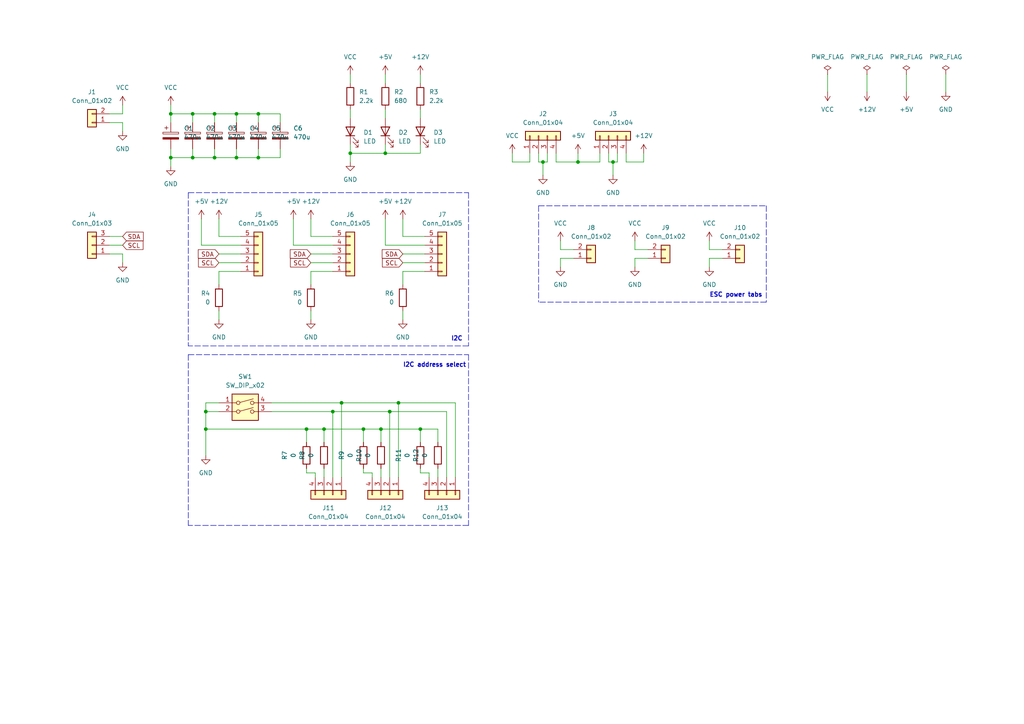
<source format=kicad_sch>
(kicad_sch (version 20211123) (generator eeschema)
  (paper "A4")
  (lib_symbols
    (symbol "Connector_Generic:Conn_01x02" (pin_names (offset 1.016) hide)
      (property "Reference" "J" (at 0 2.54 0))
      (property "Value" "Conn_01x02" (at 0 -5.08 0))
      (symbol "Conn_01x02_1_1"
        (rectangle (start -1.27 -2.413) (end 0 -2.667) (stroke (width 0.1524)))
        (rectangle (start -1.27 0.127) (end 0 -0.127) (stroke (width 0.1524)))
        (rectangle (start -1.27 1.27) (end 1.27 -3.81) (stroke (width 0.254)) (fill (type background)))
        (pin passive line (at -5.08 0 0) (length 3.81) (name "Pin_1") (number "1"))
        (pin passive line (at -5.08 -2.54 0) (length 3.81) (name "Pin_2") (number "2"))
      )
    )
    (symbol "Connector_Generic:Conn_01x03" (pin_names (offset 1.016) hide)
      (property "Reference" "J" (at 0 5.08 0))
      (property "Value" "Conn_01x03" (at 0 -5.08 0))
      (symbol "Conn_01x03_1_1"
        (rectangle (start -1.27 -2.413) (end 0 -2.667) (stroke (width 0.1524)))
        (rectangle (start -1.27 0.127) (end 0 -0.127) (stroke (width 0.1524)))
        (rectangle (start -1.27 2.667) (end 0 2.413) (stroke (width 0.1524)))
        (rectangle (start -1.27 3.81) (end 1.27 -3.81) (stroke (width 0.254)) (fill (type background)))
        (pin passive line (at -5.08 2.54 0) (length 3.81) (name "Pin_1") (number "1"))
        (pin passive line (at -5.08 0 0) (length 3.81) (name "Pin_2") (number "2"))
        (pin passive line (at -5.08 -2.54 0) (length 3.81) (name "Pin_3") (number "3"))
      )
    )
    (symbol "Connector_Generic:Conn_01x04" (pin_names (offset 1.016) hide)
      (property "Reference" "J" (at 0 5.08 0))
      (property "Value" "Conn_01x04" (at 0 -7.62 0))
      (symbol "Conn_01x04_1_1"
        (rectangle (start -1.27 -4.953) (end 0 -5.207) (stroke (width 0.1524)))
        (rectangle (start -1.27 -2.413) (end 0 -2.667) (stroke (width 0.1524)))
        (rectangle (start -1.27 0.127) (end 0 -0.127) (stroke (width 0.1524)))
        (rectangle (start -1.27 2.667) (end 0 2.413) (stroke (width 0.1524)))
        (rectangle (start -1.27 3.81) (end 1.27 -6.35) (stroke (width 0.254)) (fill (type background)))
        (pin passive line (at -5.08 2.54 0) (length 3.81) (name "Pin_1") (number "1"))
        (pin passive line (at -5.08 0 0) (length 3.81) (name "Pin_2") (number "2"))
        (pin passive line (at -5.08 -2.54 0) (length 3.81) (name "Pin_3") (number "3"))
        (pin passive line (at -5.08 -5.08 0) (length 3.81) (name "Pin_4") (number "4"))
      )
    )
    (symbol "Connector_Generic:Conn_01x05" (pin_names (offset 1.016) hide)
      (property "Reference" "J" (at 0 7.62 0))
      (property "Value" "Conn_01x05" (at 0 -7.62 0))
      (symbol "Conn_01x05_1_1"
        (rectangle (start -1.27 -4.953) (end 0 -5.207) (stroke (width 0.1524)))
        (rectangle (start -1.27 -2.413) (end 0 -2.667) (stroke (width 0.1524)))
        (rectangle (start -1.27 0.127) (end 0 -0.127) (stroke (width 0.1524)))
        (rectangle (start -1.27 2.667) (end 0 2.413) (stroke (width 0.1524)))
        (rectangle (start -1.27 5.207) (end 0 4.953) (stroke (width 0.1524)))
        (rectangle (start -1.27 6.35) (end 1.27 -6.35) (stroke (width 0.254)) (fill (type background)))
        (pin passive line (at -5.08 5.08 0) (length 3.81) (name "Pin_1") (number "1"))
        (pin passive line (at -5.08 2.54 0) (length 3.81) (name "Pin_2") (number "2"))
        (pin passive line (at -5.08 0 0) (length 3.81) (name "Pin_3") (number "3"))
        (pin passive line (at -5.08 -2.54 0) (length 3.81) (name "Pin_4") (number "4"))
        (pin passive line (at -5.08 -5.08 0) (length 3.81) (name "Pin_5") (number "5"))
      )
    )
    (symbol "Device:C_Polarized" (pin_numbers hide) (pin_names (offset 0.254))
      (property "Reference" "C" (at 0.635 2.54 0))
      (property "Value" "C_Polarized" (at 0.635 -2.54 0))
      (symbol "C_Polarized_0_1"
        (rectangle (start -2.286 0.508) (end 2.286 1.016))
        (polyline (pts (xy -1.778 2.286) (xy -0.762 2.286)))
        (polyline (pts (xy -1.27 2.794) (xy -1.27 1.778)))
        (rectangle (start 2.286 -0.508) (end -2.286 -1.016) (fill (type outline)))
      )
      (symbol "C_Polarized_1_1"
        (pin passive line (at 0 3.81 270) (length 2.794) (name "~") (number "1"))
        (pin passive line (at 0 -3.81 90) (length 2.794) (name "~") (number "2"))
      )
    )
    (symbol "Device:LED" (pin_numbers hide) (pin_names (offset 1.016) hide)
      (property "Reference" "D" (at 0 2.54 0))
      (property "Value" "LED" (at 0 -2.54 0))
      (symbol "LED_0_1"
        (polyline (pts (xy -1.27 -1.27) (xy -1.27 1.27)) (stroke (width 0.254)))
        (polyline (pts (xy -1.27 0) (xy 1.27 0)))
        (polyline (pts (xy 1.27 -1.27) (xy 1.27 1.27) (xy -1.27 0) (xy 1.27 -1.27)) (stroke (width 0.254)))
        (polyline (pts (xy -3.048 -0.762) (xy -4.572 -2.286) (xy -3.81 -2.286) (xy -4.572 -2.286) (xy -4.572 -1.524)))
        (polyline (pts (xy -1.778 -0.762) (xy -3.302 -2.286) (xy -2.54 -2.286) (xy -3.302 -2.286) (xy -3.302 -1.524)))
      )
      (symbol "LED_1_1"
        (pin passive line (at -3.81 0 0) (length 2.54) (name "K") (number "1"))
        (pin passive line (at 3.81 0 180) (length 2.54) (name "A") (number "2"))
      )
    )
    (symbol "Device:R" (pin_numbers hide) (pin_names (offset 0))
      (property "Reference" "R" (at 2.032 0 90))
      (property "Value" "R" (at 0 0 90))
      (symbol "R_0_1"
        (rectangle (start -1.016 -2.54) (end 1.016 2.54) (stroke (width 0.254)))
      )
      (symbol "R_1_1"
        (pin passive line (at 0 3.81 270) (length 1.27) (name "~") (number "1"))
        (pin passive line (at 0 -3.81 90) (length 1.27) (name "~") (number "2"))
      )
    )
    (symbol "Switch:SW_DIP_x02" (pin_names (offset 0) hide)
      (property "Reference" "SW" (at 0 6.35 0))
      (property "Value" "SW_DIP_x02" (at 0 -3.81 0))
      (symbol "SW_DIP_x02_0_0"
        (circle (center -2.032 0) (radius 0.508))
        (circle (center -2.032 2.54) (radius 0.508))
        (polyline (pts (xy -1.524 0.127) (xy 2.3622 1.1684)))
        (polyline (pts (xy -1.524 2.667) (xy 2.3622 3.7084)))
        (circle (center 2.032 0) (radius 0.508))
        (circle (center 2.032 2.54) (radius 0.508))
      )
      (symbol "SW_DIP_x02_0_1"
        (rectangle (start -3.81 5.08) (end 3.81 -2.54) (stroke (width 0.254)) (fill (type background)))
      )
      (symbol "SW_DIP_x02_1_1"
        (pin passive line (at -7.62 2.54 0) (length 5.08) (name "~") (number "1"))
        (pin passive line (at -7.62 0 0) (length 5.08) (name "~") (number "2"))
        (pin passive line (at 7.62 0 180) (length 5.08) (name "~") (number "3"))
        (pin passive line (at 7.62 2.54 180) (length 5.08) (name "~") (number "4"))
      )
    )
    (symbol "power:+12V" (power) (pin_names (offset 0))
      (property "Value" "+12V" (at 0 3.556 0))
      (symbol "+12V_0_1"
        (polyline (pts (xy -0.762 1.27) (xy 0 2.54)))
        (polyline (pts (xy 0 0) (xy 0 2.54)))
        (polyline (pts (xy 0 2.54) (xy 0.762 1.27)))
      )
      (symbol "+12V_1_1"
        (pin power_in line (at 0 0 90) (length 0) hide (name "+12V") (number "1"))
      )
    )
    (symbol "power:+5V" (power) (pin_names (offset 0))
      (property "Value" "+5V" (at 0 3.556 0))
      (symbol "+5V_0_1"
        (polyline (pts (xy -0.762 1.27) (xy 0 2.54)))
        (polyline (pts (xy 0 0) (xy 0 2.54)))
        (polyline (pts (xy 0 2.54) (xy 0.762 1.27)))
      )
      (symbol "+5V_1_1"
        (pin power_in line (at 0 0 90) (length 0) hide (name "+5V") (number "1"))
      )
    )
    (symbol "power:GND" (power) (pin_names (offset 0))
      (property "Value" "GND" (at 0 -3.81 0))
      (symbol "GND_0_1"
        (polyline (pts (xy 0 0) (xy 0 -1.27) (xy 1.27 -1.27) (xy 0 -2.54) (xy -1.27 -1.27) (xy 0 -1.27)))
      )
      (symbol "GND_1_1"
        (pin power_in line (at 0 0 270) (length 0) hide (name "GND") (number "1"))
      )
    )
    (symbol "power:PWR_FLAG" (power) (pin_numbers hide) (pin_names (offset 0) hide)
      (property "Value" "PWR_FLAG" (at 0 3.81 0))
      (symbol "PWR_FLAG_0_0"
        (pin power_out line (at 0 0 90) (length 0) (name "pwr") (number "1"))
      )
      (symbol "PWR_FLAG_0_1"
        (polyline (pts (xy 0 0) (xy 0 1.27) (xy -1.016 1.905) (xy 0 2.54) (xy 1.016 1.905) (xy 0 1.27)))
      )
    )
    (symbol "power:VCC" (power) (pin_names (offset 0))
      (property "Value" "VCC" (at 0 3.81 0))
      (symbol "VCC_0_1"
        (polyline (pts (xy -0.762 1.27) (xy 0 2.54)))
        (polyline (pts (xy 0 0) (xy 0 2.54)))
        (polyline (pts (xy 0 2.54) (xy 0.762 1.27)))
      )
      (symbol "VCC_1_1"
        (pin power_in line (at 0 0 90) (length 0) hide (name "VCC") (number "1"))
      )
    )
  )
  (junction (at 113.03 119.38))
  (junction (at 62.23 33.02))
  (junction (at 121.92 124.46))
  (junction (at 49.53 45.72))
  (junction (at 93.98 124.46))
  (junction (at 59.69 124.46))
  (junction (at 111.76 44.45))
  (junction (at 55.88 45.72))
  (junction (at 101.6 44.45))
  (junction (at 88.9 124.46))
  (junction (at 177.8 46.99))
  (junction (at 68.58 45.72))
  (junction (at 99.06 116.84))
  (junction (at 157.48 46.99))
  (junction (at 55.88 33.02))
  (junction (at 59.69 119.38))
  (junction (at 62.23 45.72))
  (junction (at 115.57 116.84))
  (junction (at 74.93 33.02))
  (junction (at 49.53 33.02))
  (junction (at 74.93 45.72))
  (junction (at 167.64 46.99))
  (junction (at 110.49 124.46))
  (junction (at 96.52 119.38))
  (junction (at 68.58 33.02))
  (junction (at 105.41 124.46))
  (wire (pts (xy 55.88 45.72) (xy 55.88 43.18)))
  (wire (pts (xy 88.9 124.46) (xy 93.98 124.46)))
  (wire (pts (xy 63.5 90.17) (xy 63.5 92.71)))
  (wire (pts (xy 173.99 46.99) (xy 173.99 44.45)))
  (wire (pts (xy 162.56 72.39) (xy 162.56 69.85)))
  (wire (pts (xy 78.74 116.84) (xy 99.06 116.84)))
  (wire (pts (xy 35.56 33.02) (xy 35.56 30.48)))
  (wire (pts (xy 116.84 78.74) (xy 123.19 78.74)))
  (wire (pts (xy 62.23 45.72) (xy 55.88 45.72)))
  (wire (pts (xy 101.6 31.75) (xy 101.6 34.29)))
  (wire (pts (xy 49.53 45.72) (xy 49.53 48.26)))
  (wire (pts (xy 68.58 43.18) (xy 68.58 45.72)))
  (wire (pts (xy 156.21 46.99) (xy 157.48 46.99)))
  (polyline (pts (xy 54.61 55.88) (xy 135.89 55.88)))
  (wire (pts (xy 121.92 21.59) (xy 121.92 24.13)))
  (wire (pts (xy 88.9 137.16) (xy 88.9 135.89)))
  (wire (pts (xy 105.41 124.46) (xy 110.49 124.46)))
  (wire (pts (xy 63.5 78.74) (xy 69.85 78.74)))
  (wire (pts (xy 158.75 44.45) (xy 158.75 46.99)))
  (wire (pts (xy 177.8 46.99) (xy 177.8 50.8)))
  (wire (pts (xy 69.85 68.58) (xy 63.5 68.58)))
  (wire (pts (xy 179.07 46.99) (xy 177.8 46.99)))
  (wire (pts (xy 123.19 68.58) (xy 116.84 68.58)))
  (wire (pts (xy 205.74 72.39) (xy 205.74 69.85)))
  (wire (pts (xy 59.69 116.84) (xy 63.5 116.84)))
  (wire (pts (xy 148.59 44.45) (xy 148.59 46.99)))
  (wire (pts (xy 127 128.27) (xy 127 124.46)))
  (polyline (pts (xy 135.89 102.87) (xy 135.89 152.4)))
  (wire (pts (xy 69.85 73.66) (xy 63.5 73.66)))
  (wire (pts (xy 187.96 72.39) (xy 184.15 72.39)))
  (wire (pts (xy 251.46 21.59) (xy 251.46 26.67)))
  (wire (pts (xy 181.61 46.99) (xy 186.69 46.99)))
  (wire (pts (xy 110.49 135.89) (xy 110.49 138.43)))
  (wire (pts (xy 96.52 73.66) (xy 90.17 73.66)))
  (wire (pts (xy 115.57 116.84) (xy 132.08 116.84)))
  (wire (pts (xy 49.53 35.56) (xy 49.53 33.02)))
  (wire (pts (xy 90.17 78.74) (xy 96.52 78.74)))
  (wire (pts (xy 121.92 44.45) (xy 121.92 41.91)))
  (wire (pts (xy 110.49 124.46) (xy 121.92 124.46)))
  (wire (pts (xy 166.37 72.39) (xy 162.56 72.39)))
  (wire (pts (xy 111.76 21.59) (xy 111.76 24.13)))
  (wire (pts (xy 74.93 35.56) (xy 74.93 33.02)))
  (wire (pts (xy 55.88 33.02) (xy 55.88 35.56)))
  (wire (pts (xy 179.07 44.45) (xy 179.07 46.99)))
  (wire (pts (xy 129.54 119.38) (xy 129.54 138.43)))
  (polyline (pts (xy 54.61 102.87) (xy 135.89 102.87)))
  (wire (pts (xy 153.67 44.45) (xy 153.67 46.99)))
  (wire (pts (xy 158.75 46.99) (xy 157.48 46.99)))
  (wire (pts (xy 121.92 124.46) (xy 121.92 128.27)))
  (wire (pts (xy 176.53 44.45) (xy 176.53 46.99)))
  (wire (pts (xy 166.37 74.93) (xy 162.56 74.93)))
  (wire (pts (xy 81.28 33.02) (xy 74.93 33.02)))
  (wire (pts (xy 74.93 33.02) (xy 68.58 33.02)))
  (wire (pts (xy 111.76 41.91) (xy 111.76 44.45)))
  (wire (pts (xy 62.23 43.18) (xy 62.23 45.72)))
  (wire (pts (xy 31.75 35.56) (xy 35.56 35.56)))
  (wire (pts (xy 157.48 46.99) (xy 157.48 50.8)))
  (wire (pts (xy 161.29 46.99) (xy 167.64 46.99)))
  (polyline (pts (xy 222.25 87.63) (xy 156.21 87.63)))
  (wire (pts (xy 187.96 74.93) (xy 184.15 74.93)))
  (wire (pts (xy 90.17 90.17) (xy 90.17 92.71)))
  (wire (pts (xy 101.6 44.45) (xy 111.76 44.45)))
  (wire (pts (xy 49.53 30.48) (xy 49.53 33.02)))
  (wire (pts (xy 101.6 44.45) (xy 101.6 46.99)))
  (wire (pts (xy 90.17 82.55) (xy 90.17 78.74)))
  (wire (pts (xy 93.98 124.46) (xy 93.98 128.27)))
  (wire (pts (xy 124.46 137.16) (xy 124.46 138.43)))
  (wire (pts (xy 63.5 68.58) (xy 63.5 63.5)))
  (wire (pts (xy 74.93 45.72) (xy 68.58 45.72)))
  (wire (pts (xy 68.58 33.02) (xy 62.23 33.02)))
  (wire (pts (xy 59.69 124.46) (xy 59.69 132.08)))
  (wire (pts (xy 49.53 45.72) (xy 55.88 45.72)))
  (wire (pts (xy 181.61 44.45) (xy 181.61 46.99)))
  (wire (pts (xy 111.76 44.45) (xy 121.92 44.45)))
  (wire (pts (xy 115.57 116.84) (xy 115.57 138.43)))
  (wire (pts (xy 184.15 74.93) (xy 184.15 77.47)))
  (wire (pts (xy 113.03 119.38) (xy 129.54 119.38)))
  (wire (pts (xy 96.52 76.2) (xy 90.17 76.2)))
  (wire (pts (xy 132.08 116.84) (xy 132.08 138.43)))
  (wire (pts (xy 186.69 44.45) (xy 186.69 46.99)))
  (wire (pts (xy 184.15 72.39) (xy 184.15 69.85)))
  (wire (pts (xy 69.85 71.12) (xy 58.42 71.12)))
  (wire (pts (xy 161.29 46.99) (xy 161.29 44.45)))
  (polyline (pts (xy 156.21 59.69) (xy 222.25 59.69)))
  (polyline (pts (xy 54.61 55.88) (xy 54.61 100.33)))
  (wire (pts (xy 62.23 35.56) (xy 62.23 33.02)))
  (wire (pts (xy 96.52 119.38) (xy 96.52 138.43)))
  (wire (pts (xy 121.92 124.46) (xy 127 124.46)))
  (wire (pts (xy 96.52 68.58) (xy 90.17 68.58)))
  (wire (pts (xy 69.85 76.2) (xy 63.5 76.2)))
  (wire (pts (xy 31.75 68.58) (xy 35.56 68.58)))
  (wire (pts (xy 107.95 137.16) (xy 107.95 138.43)))
  (wire (pts (xy 111.76 71.12) (xy 111.76 63.5)))
  (wire (pts (xy 68.58 45.72) (xy 62.23 45.72)))
  (polyline (pts (xy 135.89 100.33) (xy 54.61 100.33)))
  (wire (pts (xy 209.55 74.93) (xy 205.74 74.93)))
  (wire (pts (xy 274.32 21.59) (xy 274.32 26.67)))
  (wire (pts (xy 105.41 124.46) (xy 105.41 128.27)))
  (wire (pts (xy 35.56 73.66) (xy 35.56 76.2)))
  (wire (pts (xy 116.84 90.17) (xy 116.84 92.71)))
  (wire (pts (xy 88.9 124.46) (xy 88.9 128.27)))
  (wire (pts (xy 123.19 76.2) (xy 116.84 76.2)))
  (wire (pts (xy 81.28 43.18) (xy 81.28 45.72)))
  (wire (pts (xy 93.98 124.46) (xy 105.41 124.46)))
  (polyline (pts (xy 156.21 59.69) (xy 156.21 87.63)))
  (wire (pts (xy 99.06 116.84) (xy 115.57 116.84)))
  (wire (pts (xy 59.69 116.84) (xy 59.69 119.38)))
  (wire (pts (xy 31.75 33.02) (xy 35.56 33.02)))
  (wire (pts (xy 101.6 41.91) (xy 101.6 44.45)))
  (wire (pts (xy 35.56 35.56) (xy 35.56 38.1)))
  (wire (pts (xy 31.75 71.12) (xy 35.56 71.12)))
  (wire (pts (xy 162.56 74.93) (xy 162.56 77.47)))
  (wire (pts (xy 91.44 138.43) (xy 91.44 137.16)))
  (wire (pts (xy 167.64 44.45) (xy 167.64 46.99)))
  (wire (pts (xy 153.67 46.99) (xy 148.59 46.99)))
  (wire (pts (xy 78.74 119.38) (xy 96.52 119.38)))
  (wire (pts (xy 31.75 73.66) (xy 35.56 73.66)))
  (polyline (pts (xy 135.89 152.4) (xy 54.61 152.4)))
  (wire (pts (xy 121.92 135.89) (xy 121.92 137.16)))
  (wire (pts (xy 96.52 71.12) (xy 85.09 71.12)))
  (wire (pts (xy 116.84 82.55) (xy 116.84 78.74)))
  (wire (pts (xy 49.53 33.02) (xy 55.88 33.02)))
  (wire (pts (xy 240.03 21.59) (xy 240.03 26.67)))
  (wire (pts (xy 116.84 68.58) (xy 116.84 63.5)))
  (wire (pts (xy 59.69 119.38) (xy 59.69 124.46)))
  (wire (pts (xy 90.17 68.58) (xy 90.17 63.5)))
  (wire (pts (xy 96.52 119.38) (xy 113.03 119.38)))
  (wire (pts (xy 176.53 46.99) (xy 177.8 46.99)))
  (wire (pts (xy 85.09 71.12) (xy 85.09 63.5)))
  (wire (pts (xy 68.58 35.56) (xy 68.58 33.02)))
  (wire (pts (xy 127 135.89) (xy 127 138.43)))
  (wire (pts (xy 93.98 135.89) (xy 93.98 138.43)))
  (wire (pts (xy 167.64 46.99) (xy 173.99 46.99)))
  (wire (pts (xy 111.76 31.75) (xy 111.76 34.29)))
  (wire (pts (xy 58.42 71.12) (xy 58.42 63.5)))
  (wire (pts (xy 59.69 124.46) (xy 88.9 124.46)))
  (wire (pts (xy 209.55 72.39) (xy 205.74 72.39)))
  (polyline (pts (xy 222.25 59.69) (xy 222.25 87.63)))
  (wire (pts (xy 121.92 137.16) (xy 124.46 137.16)))
  (wire (pts (xy 59.69 119.38) (xy 63.5 119.38)))
  (wire (pts (xy 99.06 116.84) (xy 99.06 138.43)))
  (wire (pts (xy 105.41 137.16) (xy 107.95 137.16)))
  (wire (pts (xy 81.28 45.72) (xy 74.93 45.72)))
  (wire (pts (xy 74.93 43.18) (xy 74.93 45.72)))
  (wire (pts (xy 63.5 82.55) (xy 63.5 78.74)))
  (wire (pts (xy 156.21 44.45) (xy 156.21 46.99)))
  (wire (pts (xy 262.89 21.59) (xy 262.89 26.67)))
  (wire (pts (xy 123.19 73.66) (xy 116.84 73.66)))
  (wire (pts (xy 49.53 43.18) (xy 49.53 45.72)))
  (wire (pts (xy 110.49 124.46) (xy 110.49 128.27)))
  (wire (pts (xy 113.03 119.38) (xy 113.03 138.43)))
  (polyline (pts (xy 54.61 102.87) (xy 54.61 152.4)))
  (wire (pts (xy 121.92 31.75) (xy 121.92 34.29)))
  (wire (pts (xy 105.41 135.89) (xy 105.41 137.16)))
  (wire (pts (xy 91.44 137.16) (xy 88.9 137.16)))
  (wire (pts (xy 205.74 74.93) (xy 205.74 77.47)))
  (polyline (pts (xy 135.89 55.88) (xy 135.89 100.33)))
  (wire (pts (xy 101.6 21.59) (xy 101.6 24.13)))
  (wire (pts (xy 123.19 71.12) (xy 111.76 71.12)))
  (wire (pts (xy 62.23 33.02) (xy 55.88 33.02)))
  (wire (pts (xy 81.28 35.56) (xy 81.28 33.02)))
  (text "I2C address select" (at 116.84 106.68 0) (effects (font (size 1.27 1.27) (thickness 0.254) bold) (justify left bottom)))
  (text "I2C" (at 130.81 99.06 0) (effects (font (size 1.27 1.27) (thickness 0.254) bold) (justify left bottom)))
  (text "ESC power tabs" (at 205.74 86.36 0) (effects (font (size 1.27 1.27) bold) (justify left bottom)))
  (global_label "SCL" (shape input) (at 63.5 76.2 180) (property "Intersheet References" "${INTERSHEET_REFS}" (effects hide)))
  (global_label "SDA" (shape input) (at 116.84 73.66 180) (property "Intersheet References" "${INTERSHEET_REFS}" (effects hide)))
  (global_label "SDA" (shape input) (at 90.17 73.66 180) (property "Intersheet References" "${INTERSHEET_REFS}" (effects hide)))
  (global_label "SCL" (shape input) (at 116.84 76.2 180) (property "Intersheet References" "${INTERSHEET_REFS}" (effects hide)))
  (global_label "SDA" (shape input) (at 35.56 68.58 0) (property "Intersheet References" "${INTERSHEET_REFS}" (effects hide)))
  (global_label "SCL" (shape input) (at 90.17 76.2 180) (property "Intersheet References" "${INTERSHEET_REFS}" (effects hide)))
  (global_label "SCL" (shape input) (at 35.56 71.12 0) (property "Intersheet References" "${INTERSHEET_REFS}" (effects hide)))
  (global_label "SDA" (shape input) (at 63.5 73.66 180) (property "Intersheet References" "${INTERSHEET_REFS}" (effects hide)))
  (symbol (lib_id "power:GND") (at 162.56 77.47 0) (mirror y) (unit 1)
    (property "Reference" "#PWR028" (effects hide))
    (property "Value" "GND" (at 162.56 82.55 0))
  )
  (symbol (lib_id "Device:C_Polarized") (at 68.58 39.37 0) (unit 1)
    (property "Reference" "C4" (at 72.39 37.2109 0) (effects (justify left)))
    (property "Value" "470u" (at 72.39 39.7509 0) (effects (justify left)))
    (property "Footprint" "Capacitor_THT:CP_Radial_D10.0mm_P3.50mm" (effects hide))
  )
  (symbol (lib_id "Connector_Generic:Conn_01x02") (at 171.45 74.93 0) (mirror x) (unit 1)
    (property "Reference" "J8" (at 171.45 66.04 0))
    (property "Value" "Conn_01x02" (at 171.45 68.58 0))
    (property "Footprint" "DogESCCarrier:ESC-Power-Tabs" (effects hide))
  )
  (symbol (lib_id "power:PWR_FLAG") (at 274.32 21.59 0) (unit 1)
    (property "Reference" "#FLG04" (effects hide))
    (property "Value" "PWR_FLAG" (at 274.32 16.51 0))
  )
  (symbol (lib_id "Device:C_Polarized") (at 49.53 39.37 0) (unit 1)
    (property "Reference" "C1" (at 53.34 37.2109 0) (effects (justify left)))
    (property "Value" "470u" (at 53.34 39.7509 0) (effects (justify left)))
    (property "Footprint" "Capacitor_THT:CP_Radial_D10.0mm_P3.50mm" (effects hide))
  )
  (symbol (lib_id "power:VCC") (at 49.53 30.48 0) (unit 1)
    (property "Reference" "#PWR09" (effects hide))
    (property "Value" "VCC" (at 49.53 25.4 0))
  )
  (symbol (lib_id "Device:R") (at 111.76 27.94 0) (unit 1)
    (property "Reference" "R2" (at 114.3 26.6699 0) (effects (justify left)))
    (property "Value" "680" (at 114.3 29.2099 0) (effects (justify left)))
    (property "Footprint" "Resistor_SMD:R_0603_1608Metric_Pad0.98x0.95mm_HandSolder" (effects hide))
  )
  (symbol (lib_id "power:GND") (at 35.56 38.1 0) (unit 1)
    (property "Reference" "#PWR010" (effects hide))
    (property "Value" "GND" (at 35.56 43.18 0))
  )
  (symbol (lib_id "Device:R") (at 90.17 86.36 0) (mirror y) (unit 1)
    (property "Reference" "R5" (at 87.63 85.0899 0) (effects (justify left)))
    (property "Value" "0" (at 87.63 87.6299 0) (effects (justify left)))
    (property "Footprint" "Resistor_SMD:R_0603_1608Metric_Pad0.98x0.95mm_HandSolder" (effects hide))
  )
  (symbol (lib_id "power:GND") (at 274.32 26.67 0) (unit 1)
    (property "Reference" "#PWR07" (effects hide))
    (property "Value" "GND" (at 274.32 31.75 0))
  )
  (symbol (lib_id "Device:C_Polarized") (at 55.88 39.37 0) (unit 1)
    (property "Reference" "C2" (at 59.69 37.2109 0) (effects (justify left)))
    (property "Value" "470u" (at 59.69 39.7509 0) (effects (justify left)))
    (property "Footprint" "Capacitor_THT:CP_Radial_D10.0mm_P3.50mm" (effects hide))
  )
  (symbol (lib_id "Device:R") (at 127 132.08 180) (unit 1)
    (property "Reference" "R12" (at 120.65 132.08 90))
    (property "Value" "0" (at 123.19 132.08 90))
    (property "Footprint" "Resistor_SMD:R_0603_1608Metric_Pad0.98x0.95mm_HandSolder" (effects hide))
  )
  (symbol (lib_id "Device:LED") (at 101.6 38.1 90) (unit 1)
    (property "Reference" "D1" (at 105.41 38.4174 90) (effects (justify right)))
    (property "Value" "LED" (at 105.41 40.9574 90) (effects (justify right)))
    (property "Footprint" "LED_SMD:LED_0603_1608Metric_Pad1.05x0.95mm_HandSolder" (effects hide))
  )
  (symbol (lib_id "power:VCC") (at 205.74 69.85 0) (mirror y) (unit 1)
    (property "Reference" "#PWR026" (effects hide))
    (property "Value" "VCC" (at 205.74 64.77 0))
  )
  (symbol (lib_id "power:VCC") (at 162.56 69.85 0) (mirror y) (unit 1)
    (property "Reference" "#PWR024" (effects hide))
    (property "Value" "VCC" (at 162.56 64.77 0))
  )
  (symbol (lib_id "power:GND") (at 35.56 76.2 0) (unit 1)
    (property "Reference" "#PWR027" (effects hide))
    (property "Value" "GND" (at 35.56 81.28 0))
  )
  (symbol (lib_id "power:GND") (at 63.5 92.71 0) (mirror y) (unit 1)
    (property "Reference" "#PWR031" (effects hide))
    (property "Value" "GND" (at 63.5 97.79 0))
  )
  (symbol (lib_id "power:GND") (at 177.8 50.8 0) (unit 1)
    (property "Reference" "#PWR017" (effects hide))
    (property "Value" "GND" (at 177.8 55.88 0))
  )
  (symbol (lib_id "Device:LED") (at 111.76 38.1 90) (unit 1)
    (property "Reference" "D2" (at 115.57 38.4174 90) (effects (justify right)))
    (property "Value" "LED" (at 115.57 40.9574 90) (effects (justify right)))
    (property "Footprint" "LED_SMD:LED_0603_1608Metric_Pad1.05x0.95mm_HandSolder" (effects hide))
  )
  (symbol (lib_id "power:GND") (at 49.53 48.26 0) (unit 1)
    (property "Reference" "#PWR015" (effects hide))
    (property "Value" "GND" (at 49.53 53.34 0))
  )
  (symbol (lib_id "power:GND") (at 101.6 46.99 0) (unit 1)
    (property "Reference" "#PWR014" (effects hide))
    (property "Value" "GND" (at 101.6 52.07 0))
  )
  (symbol (lib_id "power:GND") (at 157.48 50.8 0) (unit 1)
    (property "Reference" "#PWR016" (effects hide))
    (property "Value" "GND" (at 157.48 55.88 0))
  )
  (symbol (lib_id "power:+5V") (at 262.89 26.67 180) (unit 1)
    (property "Reference" "#PWR06" (effects hide))
    (property "Value" "+5V" (at 262.89 31.75 0))
  )
  (symbol (lib_id "Switch:SW_DIP_x02") (at 71.12 119.38 0) (unit 1)
    (property "Reference" "SW1" (at 71.12 109.22 0))
    (property "Value" "SW_DIP_x02" (at 71.12 111.76 0))
    (property "Footprint" "Button_Switch_THT:SW_DIP_SPSTx02_Slide_9.78x7.26mm_W7.62mm_P2.54mm" (effects hide))
  )
  (symbol (lib_id "Device:R") (at 88.9 132.08 180) (unit 1)
    (property "Reference" "R7" (at 82.55 132.08 90))
    (property "Value" "0" (at 85.09 132.08 90))
    (property "Footprint" "Resistor_SMD:R_0603_1608Metric_Pad0.98x0.95mm_HandSolder" (effects hide))
  )
  (symbol (lib_id "Device:R") (at 105.41 132.08 180) (unit 1)
    (property "Reference" "R9" (at 99.06 132.08 90))
    (property "Value" "0" (at 101.6 132.08 90))
    (property "Footprint" "Resistor_SMD:R_0603_1608Metric_Pad0.98x0.95mm_HandSolder" (effects hide))
  )
  (symbol (lib_id "Connector_Generic:Conn_01x05") (at 101.6 73.66 0) (mirror x) (unit 1)
    (property "Reference" "J6" (at 101.6 62.23 0))
    (property "Value" "Conn_01x05" (at 101.6 64.77 0))
    (property "Footprint" "DogESCCarrier:ESC-I2C-Pads" (effects hide))
  )
  (symbol (lib_id "Connector_Generic:Conn_01x04") (at 96.52 143.51 270) (unit 1)
    (property "Reference" "J11" (at 95.25 147.32 90))
    (property "Value" "Conn_01x04" (at 95.25 149.86 90))
    (property "Footprint" "DogESCCarrier:ESC-I2C-Address-Select" (effects hide))
  )
  (symbol (lib_id "power:GND") (at 90.17 92.71 0) (mirror y) (unit 1)
    (property "Reference" "#PWR032" (effects hide))
    (property "Value" "GND" (at 90.17 97.79 0))
  )
  (symbol (lib_id "Device:R") (at 116.84 86.36 0) (mirror y) (unit 1)
    (property "Reference" "R6" (at 114.3 85.0899 0) (effects (justify left)))
    (property "Value" "0" (at 114.3 87.6299 0) (effects (justify left)))
    (property "Footprint" "Resistor_SMD:R_0603_1608Metric_Pad0.98x0.95mm_HandSolder" (effects hide))
  )
  (symbol (lib_id "Connector_Generic:Conn_01x04") (at 156.21 39.37 90) (unit 1)
    (property "Reference" "J2" (at 157.48 33.02 90))
    (property "Value" "Conn_01x04" (at 157.48 35.56 90))
    (property "Footprint" "DogESCCarrier:Converter" (effects hide))
  )
  (symbol (lib_id "power:+5V") (at 58.42 63.5 0) (mirror y) (unit 1)
    (property "Reference" "#PWR018" (effects hide))
    (property "Value" "+5V" (at 58.42 58.42 0))
  )
  (symbol (lib_id "power:VCC") (at 148.59 44.45 0) (unit 1)
    (property "Reference" "#PWR011" (effects hide))
    (property "Value" "VCC" (at 148.59 39.37 0))
  )
  (symbol (lib_id "Device:R") (at 93.98 132.08 180) (unit 1)
    (property "Reference" "R8" (at 87.63 132.08 90))
    (property "Value" "0" (at 90.17 132.08 90))
    (property "Footprint" "Resistor_SMD:R_0603_1608Metric_Pad0.98x0.95mm_HandSolder" (effects hide))
  )
  (symbol (lib_id "power:VCC") (at 240.03 26.67 180) (unit 1)
    (property "Reference" "#PWR04" (effects hide))
    (property "Value" "VCC" (at 240.03 31.75 0))
  )
  (symbol (lib_id "power:VCC") (at 35.56 30.48 0) (unit 1)
    (property "Reference" "#PWR08" (effects hide))
    (property "Value" "VCC" (at 35.56 25.4 0))
  )
  (symbol (lib_id "power:GND") (at 184.15 77.47 0) (mirror y) (unit 1)
    (property "Reference" "#PWR029" (effects hide))
    (property "Value" "GND" (at 184.15 82.55 0))
  )
  (symbol (lib_id "power:+12V") (at 186.69 44.45 0) (unit 1)
    (property "Reference" "#PWR013" (effects hide))
    (property "Value" "+12V" (at 186.69 39.37 0))
  )
  (symbol (lib_id "Connector_Generic:Conn_01x04") (at 176.53 39.37 90) (unit 1)
    (property "Reference" "J3" (at 177.8 33.02 90))
    (property "Value" "Conn_01x04" (at 177.8 35.56 90))
    (property "Footprint" "DogESCCarrier:Converter" (effects hide))
  )
  (symbol (lib_id "power:+5V") (at 111.76 63.5 0) (mirror y) (unit 1)
    (property "Reference" "#PWR022" (effects hide))
    (property "Value" "+5V" (at 111.76 58.42 0))
  )
  (symbol (lib_id "Device:R") (at 63.5 86.36 0) (mirror y) (unit 1)
    (property "Reference" "R4" (at 60.96 85.0899 0) (effects (justify left)))
    (property "Value" "0" (at 60.96 87.6299 0) (effects (justify left)))
    (property "Footprint" "Resistor_SMD:R_0603_1608Metric_Pad0.98x0.95mm_HandSolder" (effects hide))
  )
  (symbol (lib_id "power:GND") (at 116.84 92.71 0) (mirror y) (unit 1)
    (property "Reference" "#PWR033" (effects hide))
    (property "Value" "GND" (at 116.84 97.79 0))
  )
  (symbol (lib_id "Connector_Generic:Conn_01x05") (at 128.27 73.66 0) (mirror x) (unit 1)
    (property "Reference" "J7" (at 128.27 62.23 0))
    (property "Value" "Conn_01x05" (at 128.27 64.77 0))
    (property "Footprint" "DogESCCarrier:ESC-I2C-Pads" (effects hide))
  )
  (symbol (lib_id "power:PWR_FLAG") (at 251.46 21.59 0) (unit 1)
    (property "Reference" "#FLG02" (effects hide))
    (property "Value" "PWR_FLAG" (at 251.46 16.51 0))
  )
  (symbol (lib_id "power:VCC") (at 184.15 69.85 0) (mirror y) (unit 1)
    (property "Reference" "#PWR025" (effects hide))
    (property "Value" "VCC" (at 184.15 64.77 0))
  )
  (symbol (lib_id "power:+12V") (at 251.46 26.67 180) (unit 1)
    (property "Reference" "#PWR05" (effects hide))
    (property "Value" "+12V" (at 251.46 31.75 0))
  )
  (symbol (lib_id "Device:R") (at 101.6 27.94 0) (unit 1)
    (property "Reference" "R1" (at 104.14 26.6699 0) (effects (justify left)))
    (property "Value" "2.2k" (at 104.14 29.2099 0) (effects (justify left)))
    (property "Footprint" "Resistor_SMD:R_0603_1608Metric_Pad0.98x0.95mm_HandSolder" (effects hide))
  )
  (symbol (lib_id "power:+12V") (at 90.17 63.5 0) (mirror y) (unit 1)
    (property "Reference" "#PWR021" (effects hide))
    (property "Value" "+12V" (at 90.17 58.42 0))
  )
  (symbol (lib_id "Device:R") (at 121.92 132.08 180) (unit 1)
    (property "Reference" "R11" (at 115.57 132.08 90))
    (property "Value" "0" (at 118.11 132.08 90))
    (property "Footprint" "Resistor_SMD:R_0603_1608Metric_Pad0.98x0.95mm_HandSolder" (effects hide))
  )
  (symbol (lib_id "power:+12V") (at 63.5 63.5 0) (mirror y) (unit 1)
    (property "Reference" "#PWR019" (effects hide))
    (property "Value" "+12V" (at 63.5 58.42 0))
  )
  (symbol (lib_id "power:PWR_FLAG") (at 262.89 21.59 0) (unit 1)
    (property "Reference" "#FLG03" (effects hide))
    (property "Value" "PWR_FLAG" (at 262.89 16.51 0))
  )
  (symbol (lib_id "Connector_Generic:Conn_01x02") (at 193.04 74.93 0) (mirror x) (unit 1)
    (property "Reference" "J9" (at 193.04 66.04 0))
    (property "Value" "Conn_01x02" (at 193.04 68.58 0))
    (property "Footprint" "DogESCCarrier:ESC-Power-Tabs" (effects hide))
  )
  (symbol (lib_id "power:VCC") (at 101.6 21.59 0) (unit 1)
    (property "Reference" "#PWR01" (effects hide))
    (property "Value" "VCC" (at 101.6 16.51 0))
  )
  (symbol (lib_id "Device:C_Polarized") (at 81.28 39.37 0) (unit 1)
    (property "Reference" "C6" (at 85.09 37.2109 0) (effects (justify left)))
    (property "Value" "470u" (at 85.09 39.7509 0) (effects (justify left)))
    (property "Footprint" "Capacitor_THT:CP_Radial_D10.0mm_P3.50mm" (effects hide))
  )
  (symbol (lib_id "Connector_Generic:Conn_01x03") (at 26.67 71.12 180) (unit 1)
    (property "Reference" "J4" (at 26.67 62.23 0))
    (property "Value" "Conn_01x03" (at 26.67 64.77 0))
    (property "Footprint" "Connector_PinHeader_2.54mm:PinHeader_1x03_P2.54mm_Vertical" (effects hide))
  )
  (symbol (lib_id "Device:R") (at 110.49 132.08 180) (unit 1)
    (property "Reference" "R10" (at 104.14 132.08 90))
    (property "Value" "0" (at 106.68 132.08 90))
    (property "Footprint" "Resistor_SMD:R_0603_1608Metric_Pad0.98x0.95mm_HandSolder" (effects hide))
  )
  (symbol (lib_id "Connector_Generic:Conn_01x02") (at 26.67 35.56 180) (unit 1)
    (property "Reference" "J1" (at 26.67 26.67 0))
    (property "Value" "Conn_01x02" (at 26.67 29.21 0))
    (property "Footprint" "Connector_AMASS:AMASS_XT60-M_1x02_P7.20mm_Vertical" (effects hide))
  )
  (symbol (lib_id "power:GND") (at 59.69 132.08 0) (unit 1)
    (property "Reference" "#PWR034" (effects hide))
    (property "Value" "GND" (at 59.69 137.16 0))
  )
  (symbol (lib_id "power:PWR_FLAG") (at 240.03 21.59 0) (unit 1)
    (property "Reference" "#FLG01" (effects hide))
    (property "Value" "PWR_FLAG" (at 240.03 16.51 0))
  )
  (symbol (lib_id "Device:C_Polarized") (at 74.93 39.37 0) (unit 1)
    (property "Reference" "C5" (at 78.74 37.2109 0) (effects (justify left)))
    (property "Value" "470u" (at 78.74 39.7509 0) (effects (justify left)))
    (property "Footprint" "Capacitor_THT:CP_Radial_D10.0mm_P3.50mm" (effects hide))
  )
  (symbol (lib_id "Device:C_Polarized") (at 62.23 39.37 0) (unit 1)
    (property "Reference" "C3" (at 66.04 37.2109 0) (effects (justify left)))
    (property "Value" "470u" (at 66.04 39.7509 0) (effects (justify left)))
    (property "Footprint" "Capacitor_THT:CP_Radial_D10.0mm_P3.50mm" (effects hide))
  )
  (symbol (lib_id "power:GND") (at 205.74 77.47 0) (mirror y) (unit 1)
    (property "Reference" "#PWR030" (effects hide))
    (property "Value" "GND" (at 205.74 82.55 0))
  )
  (symbol (lib_id "Device:R") (at 121.92 27.94 0) (unit 1)
    (property "Reference" "R3" (at 124.46 26.6699 0) (effects (justify left)))
    (property "Value" "2.2k" (at 124.46 29.2099 0) (effects (justify left)))
    (property "Footprint" "Resistor_SMD:R_0603_1608Metric_Pad0.98x0.95mm_HandSolder" (effects hide))
  )
  (symbol (lib_id "power:+5V") (at 85.09 63.5 0) (mirror y) (unit 1)
    (property "Reference" "#PWR020" (effects hide))
    (property "Value" "+5V" (at 85.09 58.42 0))
  )
  (symbol (lib_id "Connector_Generic:Conn_01x05") (at 74.93 73.66 0) (mirror x) (unit 1)
    (property "Reference" "J5" (at 74.93 62.23 0))
    (property "Value" "Conn_01x05" (at 74.93 64.77 0))
    (property "Footprint" "DogESCCarrier:ESC-I2C-Pads" (effects hide))
  )
  (symbol (lib_id "Connector_Generic:Conn_01x04") (at 113.03 143.51 270) (unit 1)
    (property "Reference" "J12" (at 111.76 147.32 90))
    (property "Value" "Conn_01x04" (at 111.76 149.86 90))
    (property "Footprint" "DogESCCarrier:ESC-I2C-Address-Select" (effects hide))
  )
  (symbol (lib_id "power:+5V") (at 111.76 21.59 0) (unit 1)
    (property "Reference" "#PWR02" (effects hide))
    (property "Value" "+5V" (at 111.76 16.51 0))
  )
  (symbol (lib_id "power:+5V") (at 167.64 44.45 0) (unit 1)
    (property "Reference" "#PWR012" (effects hide))
    (property "Value" "+5V" (at 167.64 39.37 0))
  )
  (symbol (lib_id "Connector_Generic:Conn_01x02") (at 214.63 74.93 0) (mirror x) (unit 1)
    (property "Reference" "J10" (at 214.63 66.04 0))
    (property "Value" "Conn_01x02" (at 214.63 68.58 0))
    (property "Footprint" "DogESCCarrier:ESC-Power-Tabs" (effects hide))
  )
  (symbol (lib_id "power:+12V") (at 121.92 21.59 0) (unit 1)
    (property "Reference" "#PWR03" (effects hide))
    (property "Value" "+12V" (at 121.92 16.51 0))
  )
  (symbol (lib_id "Device:LED") (at 121.92 38.1 90) (unit 1)
    (property "Reference" "D3" (at 125.73 38.4174 90) (effects (justify right)))
    (property "Value" "LED" (at 125.73 40.9574 90) (effects (justify right)))
    (property "Footprint" "LED_SMD:LED_0603_1608Metric_Pad1.05x0.95mm_HandSolder" (effects hide))
  )
  (symbol (lib_id "power:+12V") (at 116.84 63.5 0) (mirror y) (unit 1)
    (property "Reference" "#PWR023" (effects hide))
    (property "Value" "+12V" (at 116.84 58.42 0))
  )
  (symbol (lib_id "Connector_Generic:Conn_01x04") (at 129.54 143.51 270) (unit 1)
    (property "Reference" "J13" (at 128.27 147.32 90))
    (property "Value" "Conn_01x04" (at 128.27 149.86 90))
    (property "Footprint" "DogESCCarrier:ESC-I2C-Address-Select" (effects hide))
  )
)
</source>
